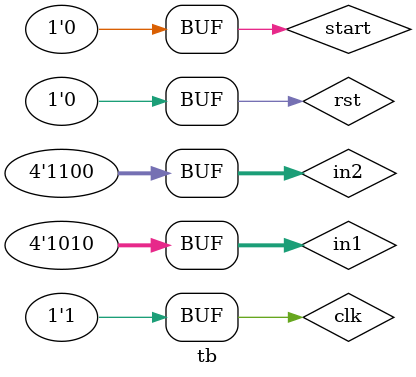
<source format=v>
module tb();
reg clk,rst,start;
wire Asel,Bsel,resultRes;
reg[3:0] in1,in2;
wire[1:0] ans_sel;
wire[7:0] out;
reg correct_answer;
mult4_4 multiplier4_4(clk,resultRes,in1,in2,Asel,Bsel,ans_sel,out);
controller cntlr(clk,rst,start,Asel,Bsel,ans_sel,resultRes);
always@(*)begin
  if(out == (in1*in2))
    correct_answer = 1;
else  correct_answer = 0;
end
initial begin
    #10 rst = 1;
    #10 rst = 0;
    start = 0;
    in1 = 12;
    in2 = 9;
    #10 start = 1;
    #10 clk = 0;
    #10 clk = 1;
    #10 clk = 0;
    #10 clk = 1;
    start = 0;
    repeat(20)#10 clk = ~clk;

    #10 rst = 1;
    #10 rst = 0;
    start = 0;
    in1 = 7;
    in2 = 4;
    #10 start = 1;
    #10 clk = 0;
    #10 clk = 1;
    #10 clk = 0;
    #10 clk = 1;
    start = 0;
    repeat(20)#10 clk = ~clk;

    #10 rst = 1;
    #10 rst = 0;
    start = 0;
    in1 = 4;
    in2 = 5;
    #10 start = 1;
    #10 clk = 0;
    #10 clk = 1;
    #10 clk = 0;
    #10 clk = 1;
    start = 0;
    repeat(20)#10 clk = ~clk;

    #10 rst = 1;
    #10 rst = 0;
    start = 0;
    in1 = 8;
    in2 = 3;
    #10 start = 1;
    #10 clk = 0;
    #10 clk = 1;
    #10 clk = 0;
    #10 clk = 1;
    start = 0;
    repeat(20)#10 clk = ~clk;

    #10 rst = 1;
    #10 rst = 0;
    start = 0;
    in1 = 10;
    in2 = 12;
    #10 start = 1;
    #10 clk = 0;
    #10 clk = 1;
    #10 clk = 0;
    #10 clk = 1;
    start = 0;
    repeat(20)#10 clk = ~clk;
end

endmodule
</source>
